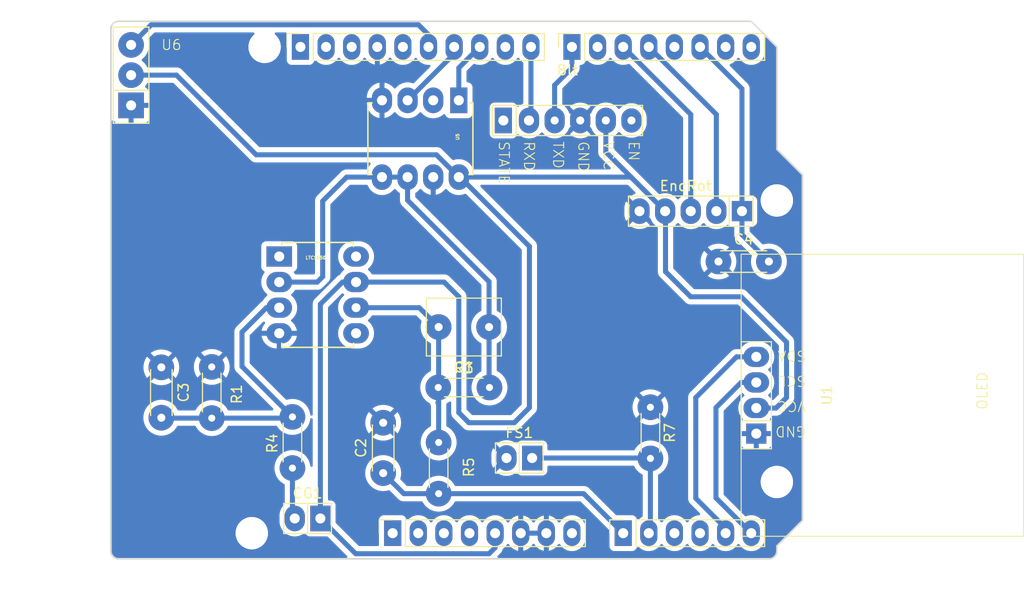
<source format=kicad_pcb>
(kicad_pcb (version 20241229) (generator "pcbnew") (generator_version "9.0")
  (title_block (date "mar. 31 mars 2015"))
  (layers (0 "F.Cu" signal) (2 "B.Cu" signal) (13 "F.Paste" user) (15 "B.Paste" user) (5 "F.SilkS" user "F.Silkscreen") (7 "B.SilkS" user "B.Silkscreen") (1 "F.Mask" user) (3 "B.Mask" user) (25 "Edge.Cuts" user))
  (net 0 "")
  (net 1 "GND")
  (net 3 "+5V")
  (net 4 "/IOREF")
  (net 5 "Sortie Capteur")
  (net 6 "/A2")
  (net 7 "/A3")
  (net 8 "/AREF")
  (net 9 "/*9")
  (net 10 "/*6")
  (net 11 "/TX{slash}1")
  (net 12 "/*3")
  (net 13 "/RX{slash}0")
  (net 14 "+3V3")
  (net 15 "VCC")
  (net 16 "/~{RESET}")
  (net 17 "TXD")
  (net 18 "SCL")
  (net 19 "RXD")
  (net 20 "SDA")
  (net 23 "CLK")
  (net 24 "DT")
  (net 25 "SW")
  (net 26 "ADC")
  (net 27 "SDI")
  (net 28 "SCK")
  (net 29 "SS")
  (net 30 "/A5")
  (net 31 "/A4")
  (net 32 "Net-(LTC1050-OUT)")
  (net 33 "Net-(LTC1050-+IN)")
  (net 34 "PWR")
  (net 38 "FS")
  (net 39 "Net-(LTC1050--IN)")
  (footprint "Connector_PinSocket_2.54mm:PinSocket_1x08_P2.54mm_Vertical" (layer "F.Cu") (at 127.94 97.46 90)
    (property "Reference" "J1" (hide yes))
    (property "Value" "Power")
    (fp_line (start 1.33 -1.33) (end 1.33 0) (stroke (width 0.12)) (layer "F.SilkS"))
    (fp_line (start 0 -1.33) (end 1.33 -1.33) (stroke (width 0.12)) (layer "F.SilkS"))
    (fp_line (start 1.33 1.27) (end 1.33 19.11) (stroke (width 0.12)) (layer "F.SilkS"))
    (fp_line (start -1.33 1.27) (end 1.33 1.27) (stroke (width 0.12)) (layer "F.SilkS"))
    (fp_line (start -1.33 1.27) (end -1.33 19.11) (stroke (width 0.12)) (layer "F.SilkS"))
    (fp_line (start -1.33 19.11) (end 1.33 19.11) (stroke (width 0.12)) (layer "F.SilkS"))
    (pad "1" thru_hole rect (at 0 0 90) (size 2.54 1.7) (drill 1) (layers "*.Cu" "*.Mask"))
    (pad "2" thru_hole oval (at 0 2.54 90) (size 2.54 1.7) (drill 1) (layers "*.Cu" "*.Mask") (net 4 "/IOREF"))
    (pad "3" thru_hole oval (at 0 5.08 90) (size 2.54 1.7) (drill 1) (layers "*.Cu" "*.Mask") (net 16 "/~{RESET}"))
    (pad "4" thru_hole oval (at 0 7.62 90) (size 2.54 1.7) (drill 1) (layers "*.Cu" "*.Mask") (net 14 "+3V3"))
    (pad "5" thru_hole oval (at 0 10.16 90) (size 2.54 1.7) (drill 1) (layers "*.Cu" "*.Mask") (net 3 "+5V"))
    (pad "6" thru_hole oval (at 0 12.7 90) (size 2.54 1.7) (drill 1) (layers "*.Cu" "*.Mask") (net 1 "GND"))
    (pad "7" thru_hole oval (at 0 15.24 90) (size 2.54 1.7) (drill 1) (layers "*.Cu" "*.Mask") (net 1 "GND"))
    (pad "8" thru_hole oval (at 0 17.78 90) (size 2.54 1.7) (drill 1) (layers "*.Cu" "*.Mask") (net 15 "VCC"))
  )
  (footprint "Connector_PinSocket_2.54mm:PinSocket_1x06_P2.54mm_Vertical" (layer "F.Cu") (at 150.8 97.46 90)
    (property "Reference" "J3" (hide yes))
    (property "Value" "Analog")
    (fp_line (start 1.33 -1.33) (end 1.33 0) (stroke (width 0.12)) (layer "F.SilkS"))
    (fp_line (start 0 -1.33) (end 1.33 -1.33) (stroke (width 0.12)) (layer "F.SilkS"))
    (fp_line (start 1.33 1.27) (end 1.33 14.03) (stroke (width 0.12)) (layer "F.SilkS"))
    (fp_line (start -1.33 1.27) (end 1.33 1.27) (stroke (width 0.12)) (layer "F.SilkS"))
    (fp_line (start -1.33 1.27) (end -1.33 14.03) (stroke (width 0.12)) (layer "F.SilkS"))
    (fp_line (start -1.33 14.03) (end 1.33 14.03) (stroke (width 0.12)) (layer "F.SilkS"))
    (pad "1" thru_hole rect (at 0 0 90) (size 2.54 1.7) (drill 1) (layers "*.Cu" "*.Mask") (net 26 "ADC"))
    (pad "2" thru_hole oval (at 0 2.54 90) (size 2.54 1.7) (drill 1) (layers "*.Cu" "*.Mask") (net 38 "FS"))
    (pad "3" thru_hole oval (at 0 5.08 90) (size 2.54 1.7) (drill 1) (layers "*.Cu" "*.Mask") (net 6 "/A2"))
    (pad "4" thru_hole oval (at 0 7.62 90) (size 2.54 1.7) (drill 1) (layers "*.Cu" "*.Mask") (net 7 "/A3"))
    (pad "5" thru_hole oval (at 0 10.16 90) (size 2.54 1.7) (drill 1) (layers "*.Cu" "*.Mask") (net 20 "SDA"))
    (pad "6" thru_hole oval (at 0 12.7 90) (size 2.54 1.7) (drill 1) (layers "*.Cu" "*.Mask") (net 18 "SCL"))
  )
  (footprint "Connector_PinSocket_2.54mm:PinSocket_1x10_P2.54mm_Vertical" (layer "F.Cu") (at 118.796 49.2 90)
    (property "Reference" "J2" (hide yes))
    (property "Value" "Digital/PWM")
    (fp_line (start 1.33 -1.33) (end 1.33 0) (stroke (width 0.12)) (layer "F.SilkS"))
    (fp_line (start 0 -1.33) (end 1.33 -1.33) (stroke (width 0.12)) (layer "F.SilkS"))
    (fp_line (start 1.33 1.27) (end 1.33 24.19) (stroke (width 0.12)) (layer "F.SilkS"))
    (fp_line (start -1.33 1.27) (end 1.33 1.27) (stroke (width 0.12)) (layer "F.SilkS"))
    (fp_line (start -1.33 1.27) (end -1.33 24.19) (stroke (width 0.12)) (layer "F.SilkS"))
    (fp_line (start -1.33 24.19) (end 1.33 24.19) (stroke (width 0.12)) (layer "F.SilkS"))
    (pad "1" thru_hole rect (at 0 0 90) (size 2.54 1.7) (drill 1) (layers "*.Cu" "*.Mask") (net 30 "/A5"))
    (pad "2" thru_hole oval (at 0 2.54 90) (size 2.54 1.7) (drill 1) (layers "*.Cu" "*.Mask") (net 31 "/A4"))
    (pad "3" thru_hole oval (at 0 5.08 90) (size 2.54 1.7) (drill 1) (layers "*.Cu" "*.Mask") (net 8 "/AREF"))
    (pad "4" thru_hole oval (at 0 7.62 90) (size 2.54 1.7) (drill 1) (layers "*.Cu" "*.Mask") (net 1 "GND"))
    (pad "5" thru_hole oval (at 0 10.16 90) (size 2.54 1.7) (drill 1) (layers "*.Cu" "*.Mask") (net 28 "SCK"))
    (pad "6" thru_hole oval (at 0 12.7 90) (size 2.54 1.7) (drill 1) (layers "*.Cu" "*.Mask") (net 34 "PWR"))
    (pad "7" thru_hole oval (at 0 15.24 90) (size 2.54 1.7) (drill 1) (layers "*.Cu" "*.Mask") (net 27 "SDI"))
    (pad "8" thru_hole oval (at 0 17.78 90) (size 2.54 1.7) (drill 1) (layers "*.Cu" "*.Mask") (net 29 "SS"))
    (pad "9" thru_hole oval (at 0 20.32 90) (size 2.54 1.7) (drill 1) (layers "*.Cu" "*.Mask") (net 9 "/*9"))
    (pad "10" thru_hole oval (at 0 22.86 90) (size 2.54 1.7) (drill 1) (layers "*.Cu" "*.Mask") (net 19 "RXD"))
  )
  (footprint "Connector_PinSocket_2.54mm:PinSocket_1x08_P2.54mm_Vertical" (layer "F.Cu") (at 145.72 49.2 90)
    (property "Reference" "J4" (hide yes))
    (property "Value" "Digital/PWM")
    (fp_line (start 1.33 -1.33) (end 1.33 0) (stroke (width 0.12)) (layer "F.SilkS"))
    (fp_line (start 0 -1.33) (end 1.33 -1.33) (stroke (width 0.12)) (layer "F.SilkS"))
    (fp_line (start 1.33 1.27) (end 1.33 19.11) (stroke (width 0.12)) (layer "F.SilkS"))
    (fp_line (start -1.33 1.27) (end 1.33 1.27) (stroke (width 0.12)) (layer "F.SilkS"))
    (fp_line (start -1.33 1.27) (end -1.33 19.11) (stroke (width 0.12)) (layer "F.SilkS"))
    (fp_line (start -1.33 19.11) (end 1.33 19.11) (stroke (width 0.12)) (layer "F.SilkS"))
    (pad "1" thru_hole rect (at 0 0 90) (size 2.54 1.7) (drill 1) (layers "*.Cu" "*.Mask") (net 17 "TXD"))
    (pad "2" thru_hole oval (at 0 2.54 90) (size 2.54 1.7) (drill 1) (layers "*.Cu" "*.Mask") (net 10 "/*6"))
    (pad "3" thru_hole oval (at 0 5.08 90) (size 2.54 1.7) (drill 1) (layers "*.Cu" "*.Mask") (net 25 "SW"))
    (pad "4" thru_hole oval (at 0 7.62 90) (size 2.54 1.7) (drill 1) (layers "*.Cu" "*.Mask") (net 24 "DT"))
    (pad "5" thru_hole oval (at 0 10.16 90) (size 2.54 1.7) (drill 1) (layers "*.Cu" "*.Mask") (net 12 "/*3"))
    (pad "6" thru_hole oval (at 0 12.7 90) (size 2.54 1.7) (drill 1) (layers "*.Cu" "*.Mask") (net 23 "CLK"))
    (pad "7" thru_hole oval (at 0 15.24 90) (size 2.54 1.7) (drill 1) (layers "*.Cu" "*.Mask") (net 11 "/TX{slash}1"))
    (pad "8" thru_hole oval (at 0 17.78 90) (size 2.54 1.7) (drill 1) (layers "*.Cu" "*.Mask") (net 13 "/RX{slash}0"))
  )
  (footprint "My_footprints_Librairy:MCP4110" (layer "F.Cu") (at 126.88 62.12 -90)
    (property "Reference" "U5" (at -4 -7.5 90) (layer "F.SilkS") (effects (font (size 0.314961 0.314961) (thickness 0.07874))))
    (property "Value" "MCP41100")
    (fp_line (start -7.366 1.397) (end -0.254 1.397) (stroke (width 0.1524)) (layer "F.SilkS"))
    (fp_line (start -0.254 1.397) (end -0.254 0.9906) (stroke (width 0.1524)) (layer "F.SilkS"))
    (fp_line (start -7.366 0.9906) (end -7.366 1.397) (stroke (width 0.1524)) (layer "F.SilkS"))
    (fp_line (start -0.254 -8.6106) (end -0.254 -9.017) (stroke (width 0.1524)) (layer "F.SilkS"))
    (fp_line (start -7.366 -9.017) (end -7.366 -8.6614) (stroke (width 0.1524)) (layer "F.SilkS"))
    (fp_line (start -0.254 -9.017) (end -7.366 -9.017) (stroke (width 0.1524)) (layer "F.SilkS"))
    (pad "1" thru_hole rect (at -7.62 -7.62 270) (size 2.54 1.7) (drill 1) (layers "*.Cu" "*.Mask") (net 29 "SS"))
    (pad "2" thru_hole oval (at -7.62 -5.08 270) (size 2.54 2) (drill 1) (layers "*.Cu" "*.Mask") (net 28 "SCK"))
    (pad "3" thru_hole oval (at -7.62 -2.54 270) (size 2.54 2) (drill 1) (layers "*.Cu" "*.Mask") (net 27 "SDI"))
    (pad "4" thru_hole oval (at -7.62 0 270) (size 2.54 2) (drill 1) (layers "*.Cu" "*.Mask") (net 1 "GND"))
    (pad "5" thru_hole oval (at 0 0 270) (size 2.54 2) (drill 1) (layers "*.Cu" "*.Mask") (net 39 "Net-(LTC1050--IN)"))
    (pad "6" thru_hole oval (at 0 -2.54 270) (size 2.54 2) (drill 1) (layers "*.Cu" "*.Mask") (net 39 "Net-(LTC1050--IN)"))
    (pad "7" thru_hole oval (at 0 -5.08 270) (size 2.54 2) (drill 1) (layers "*.Cu" "*.Mask") (net 1 "GND"))
    (pad "8" thru_hole oval (at 0 -7.62 270) (size 2.54 2) (drill 1) (layers "*.Cu" "*.Mask") (net 3 "+5V"))
  )
  (footprint "emprente:ENCODEUR ROTATION" (layer "F.Cu") (at 157.5 65.5 180)
    (property "Reference" "EncRot" (at 0.5 2.5 0) (layer "F.SilkS"))
    (property "Value" "~")
    (fp_line (start 6.18 1.5) (end -6.18 1.5) (stroke (width 0.12)) (layer "F.SilkS"))
    (fp_line (start 6.18 -1.5) (end 6.18 1.5) (stroke (width 0.12)) (layer "F.SilkS"))
    (fp_line (start -3.81 -1.5) (end -3.81 1.5) (stroke (width 0.12)) (layer "F.SilkS"))
    (fp_line (start -6.18 1.5) (end -6.18 -1.5) (stroke (width 0.12)) (layer "F.SilkS"))
    (fp_line (start -6.18 -1.5) (end 6.18 -1.5) (stroke (width 0.12)) (layer "F.SilkS"))
    (pad "1" thru_hole rect (at -5.08 0 180) (size 2 2) (drill 1) (layers "*.Cu" "*.Mask") (net 23 "CLK"))
    (pad "2" thru_hole oval (at -2.54 0 180) (size 2 2.54) (drill 1) (layers "*.Cu" "*.Mask") (net 24 "DT"))
    (pad "3" thru_hole oval (at 0 0 180) (size 2 2.54) (drill 1) (layers "*.Cu" "*.Mask") (net 25 "SW"))
    (pad "4" thru_hole oval (at 2.54 0 180) (size 2 2.54) (drill 1) (layers "*.Cu" "*.Mask") (net 3 "+5V"))
    (pad "5" thru_hole oval (at 5.08 0 180) (size 2 2.54) (drill 1) (layers "*.Cu" "*.Mask") (net 1 "GND"))
  )
  (footprint "My_footprints_Librairy:SIP-2" (layer "F.Cu") (at 119.5 96 180)
    (property "Reference" "CG1" (at 0 2.5 0) (layer "F.SilkS"))
    (property "Value" "~")
    (fp_line (start 2.37 1.5) (end -2.37 1.5) (stroke (width 0.12)) (layer "F.SilkS"))
    (fp_line (start 2.37 -1.5) (end 2.37 1.5) (stroke (width 0.12)) (layer "F.SilkS"))
    (fp_line (start 0 -1.5) (end 0 1.5) (stroke (width 0.12)) (layer "F.SilkS"))
    (fp_line (start -2.37 1.5) (end -2.37 -1.5) (stroke (width 0.12)) (layer "F.SilkS"))
    (fp_line (start -2.37 -1.5) (end 2.37 -1.5) (stroke (width 0.12)) (layer "F.SilkS"))
    (pad "1" thru_hole rect (at -1.27 0 180) (size 2 2.54) (drill 1) (layers "*.Cu" "*.Mask") (net 3 "+5V"))
    (pad "2" thru_hole oval (at 1.27 0 180) (size 2 2.54) (drill 1) (layers "*.Cu" "*.Mask") (net 5 "Sortie Capteur"))
  )
  (footprint "My_footprints_Librairy:SIP-2" (layer "F.Cu") (at 140.5 90 180)
    (property "Reference" "FS1" (at 0 2.5 0) (layer "F.SilkS"))
    (property "Value" "~")
    (fp_line (start 2.37 1.5) (end -2.37 1.5) (stroke (width 0.12)) (layer "F.SilkS"))
    (fp_line (start 2.37 -1.5) (end 2.37 1.5) (stroke (width 0.12)) (layer "F.SilkS"))
    (fp_line (start 0 -1.5) (end 0 1.5) (stroke (width 0.12)) (layer "F.SilkS"))
    (fp_line (start -2.37 1.5) (end -2.37 -1.5) (stroke (width 0.12)) (layer "F.SilkS"))
    (fp_line (start -2.37 -1.5) (end 2.37 -1.5) (stroke (width 0.12)) (layer "F.SilkS"))
    (pad "1" thru_hole rect (at -1.27 0 180) (size 2 2.45) (drill 1) (layers "*.Cu" "*.Mask") (net 38 "FS"))
    (pad "2" thru_hole oval (at 1.27 0 180) (size 2 2.54) (drill 1) (layers "*.Cu" "*.Mask") (net 1 "GND"))
  )
  (footprint "Capacitor_THT:C_Rect_L7.2mm_W5.5mm_P5.00mm_FKS2_FKP2_MKS2_MKP2" (layer "F.Cu") (at 137.5 77 180)
    (property "Reference" "C1" (at 2.5 -4 0) (layer "F.SilkS"))
    (property "Value" "1u")
    (fp_line (start 6.22 -2.87) (end 6.22 2.87) (stroke (width 0.12)) (layer "F.SilkS"))
    (fp_line (start -1.22 2.87) (end 6.22 2.87) (stroke (width 0.12)) (layer "F.SilkS"))
    (fp_line (start -1.22 -2.87) (end 6.22 -2.87) (stroke (width 0.12)) (layer "F.SilkS"))
    (fp_line (start -1.22 -2.87) (end -1.22 2.87) (stroke (width 0.12)) (layer "F.SilkS"))
    (pad "1" thru_hole circle (at 0 0 180) (size 2.54 2.54) (drill 0.8) (layers "*.Cu" "*.Mask") (net 39 "Net-(LTC1050--IN)"))
    (pad "2" thru_hole circle (at 5 0 180) (size 2.54 2.54) (drill 0.8) (layers "*.Cu" "*.Mask") (net 32 "Net-(LTC1050-OUT)"))
  )
  (footprint "Arduino_MountingHole:MountingHole_3.2mm" (layer "F.Cu") (at 115.24 49.2)
    (property "Reference" "MH1" (hide yes))
    (property "Value" "MountingHole_3.2mm" (hide yes))
    (pad "" np_thru_hole circle (at 0 0) (size 3.2 3.2) (drill 3.2) (layers "*.Cu" "*.Mask"))
  )
  (footprint "Resistor_THT:R_Axial_DIN0204_L3.6mm_D1.6mm_P5.08mm_Horizontal" (layer "F.Cu") (at 110 80.96 -90)
    (property "Reference" "R1" (at 2.705 -2.48 90) (layer "F.SilkS"))
    (property "Value" "100k")
    (fp_line (start 0.62 0.92) (end 4.46 0.92) (stroke (width 0.12)) (layer "F.SilkS"))
    (fp_line (start 0.62 -0.92) (end 4.46 -0.92) (stroke (width 0.12)) (layer "F.SilkS"))
    (pad "1" thru_hole circle (at 0 0 270) (size 2.54 2.54) (drill 0.7) (layers "*.Cu" "*.Mask") (net 1 "GND"))
    (pad "2" thru_hole circle (at 5.08 0 270) (size 2.54 2.54) (drill 0.7) (layers "*.Cu" "*.Mask") (net 33 "Net-(LTC1050-+IN)"))
  )
  (footprint "Capacitor_THT:C_Disc_D4.3mm_W1.9mm_P5.00mm" (layer "F.Cu") (at 105 81 -90)
    (property "Reference" "C3" (at 2.5 -2.2 270) (layer "F.SilkS"))
    (property "Value" "100n")
    (fp_line (start 0.23 1.07) (end 4.77 1.07) (stroke (width 0.12)) (layer "F.SilkS"))
    (fp_line (start 0.23 1.055) (end 0.23 1.07) (stroke (width 0.12)) (layer "F.SilkS"))
    (fp_line (start 4.77 1.055) (end 4.77 1.07) (stroke (width 0.12)) (layer "F.SilkS"))
    (fp_line (start 0.23 -1.07) (end 0.23 -1.055) (stroke (width 0.12)) (layer "F.SilkS"))
    (fp_line (start 0.23 -1.07) (end 4.77 -1.07) (stroke (width 0.12)) (layer "F.SilkS"))
    (fp_line (start 4.77 -1.07) (end 4.77 -1.055) (stroke (width 0.12)) (layer "F.SilkS"))
    (pad "1" thru_hole circle (at 0 0 270) (size 2.54 2.54) (drill 0.8) (layers "*.Cu" "*.Mask") (net 1 "GND"))
    (pad "2" thru_hole circle (at 5 0 270) (size 2.54 2.54) (drill 0.8) (layers "*.Cu" "*.Mask") (net 33 "Net-(LTC1050-+IN)"))
  )
  (footprint "Resistor_THT:R_Axial_DIN0204_L3.6mm_D1.6mm_P5.08mm_Horizontal" (layer "F.Cu") (at 118 91 90)
    (property "Reference" "R4" (at 2.46 -2 90) (layer "F.SilkS"))
    (property "Value" "10k")
    (fp_line (start 0.62 -0.92) (end 4.46 -0.92) (stroke (width 0.12)) (layer "F.SilkS"))
    (fp_line (start 0.62 0.92) (end 4.46 0.92) (stroke (width 0.12)) (layer "F.SilkS"))
    (pad "1" thru_hole circle (at 0 0 90) (size 2.54 2.54) (drill 0.7) (layers "*.Cu" "*.Mask") (net 5 "Sortie Capteur"))
    (pad "2" thru_hole circle (at 5.08 0 90) (size 2.54 2.54) (drill 0.7) (layers "*.Cu" "*.Mask") (net 33 "Net-(LTC1050-+IN)"))
  )
  (footprint "emprente:BLUETOOTH2" (layer "F.Cu") (at 145.27 56.5)
    (property "Reference" "Blt" (at 0 -5 0) (layer "F.SilkS"))
    (property "Value" "~")
    (fp_line (start -7.45 -1.5) (end 7.45 -1.5) (stroke (width 0.12)) (layer "F.SilkS"))
    (fp_line (start -7.45 1.5) (end -7.45 -1.5) (stroke (width 0.12)) (layer "F.SilkS"))
    (fp_line (start -5.08 -1.5) (end -5.08 1.5) (stroke (width 0.12)) (layer "F.SilkS"))
    (fp_line (start 7.45 -1.5) (end 7.45 1.5) (stroke (width 0.12)) (layer "F.SilkS"))
    (fp_line (start 7.45 1.5) (end -7.45 1.5) (stroke (width 0.12)) (layer "F.SilkS"))
    (fp_text user "VCC" (at 3.5 2 270) (layer "F.SilkS") (effects (font (thickness 0.1)) (justify left bottom)))
    (fp_text user "RXD" (at -4.38 2 270) (layer "F.SilkS") (effects (font (thickness 0.1)) (justify left bottom)))
    (fp_text user "STATE" (at -6.88 2 270) (layer "F.SilkS") (effects (font (thickness 0.1)) (justify left bottom)))
    (fp_text user "GND" (at 1 2 270) (layer "F.SilkS") (effects (font (thickness 0.1)) (justify left bottom)))
    (fp_text user "TXD" (at -1.5 2 270) (layer "F.SilkS") (effects (font (thickness 0.1)) (justify left bottom)))
    (fp_text user "EN" (at 6 2 270) (layer "F.SilkS") (effects (font (thickness 0.1)) (justify left bottom)))
    (pad "1" thru_hole rect (at -6.35 0) (size 1.7 2.54) (drill 1) (layers "*.Cu" "*.Mask"))
    (pad "2" thru_hole oval (at -3.81 0) (size 2 2.54) (drill 1) (layers "*.Cu" "*.Mask") (net 19 "RXD"))
    (pad "3" thru_hole oval (at -1.27 0) (size 2 2.54) (drill 0.8) (layers "*.Cu" "*.Mask") (net 17 "TXD"))
    (pad "4" thru_hole oval (at 1.27 0) (size 2 2.54) (drill 0.8) (layers "*.Cu" "*.Mask") (net 1 "GND"))
    (pad "5" thru_hole oval (at 3.81 0) (size 2 2.54) (drill 0.8) (layers "*.Cu" "*.Mask") (net 3 "+5V"))
    (pad "6" thru_hole oval (at 6.35 0) (size 2 2.4) (drill 0.8) (layers "*.Cu" "*.Mask"))
  )
  (footprint "emprente:SIP-4" (layer "F.Cu") (at 164 83.77 90)
    (property "Reference" "U1" (at 0 7 90) (layer "F.SilkS"))
    (property "Value" "~")
    (fp_line (start 5.31 -1.5) (end 5.31 1.5) (stroke (width 0.12)) (layer "F.SilkS"))
    (fp_line (start -2.54 -1.5) (end -2.54 1.5) (stroke (width 0.12)) (layer "F.SilkS"))
    (fp_line (start -5.31 -1.5) (end 5.31 -1.5) (stroke (width 0.12)) (layer "F.SilkS"))
    (fp_line (start 5.31 1.5) (end -5.31 1.5) (stroke (width 0.12)) (layer "F.SilkS"))
    (fp_line (start -5.31 1.5) (end -5.31 -1.5) (stroke (width 0.12)) (layer "F.SilkS"))
    (fp_rect (start -14 -1.5) (end 14 26.5) (stroke (width 0.1)) (fill no) (layer "F.SilkS"))
    (fp_text user "GND" (at -3 5 180) (layer "F.SilkS") (effects (font (thickness 0.1)) (justify left bottom)))
    (fp_text user "SCL" (at 2 5 180) (layer "F.SilkS") (effects (font (thickness 0.1)) (justify left bottom)))
    (fp_text user "SDA" (at 4.5 5 180) (layer "F.SilkS") (effects (font (thickness 0.1)) (justify left bottom)))
    (fp_text user "VCC" (at -0.5 5 180) (layer "F.SilkS") (effects (font (thickness 0.1)) (justify left bottom)))
    (fp_text user "OLED" (at -1.5 23 90) (layer "F.SilkS") (effects (font (thickness 0.1)) (justify left bottom)))
    (pad "1" thru_hole rect (at -3.81 0 90) (size 2 2) (drill 1) (layers "*.Cu" "*.Mask") (net 1 "GND"))
    (pad "2" thru_hole oval (at -1.27 0 90) (size 2 2.54) (drill 1) (layers "*.Cu" "*.Mask") (net 3 "+5V"))
    (pad "3" thru_hole oval (at 1.27 0 90) (size 2 2.54) (drill 1) (layers "*.Cu" "*.Mask") (net 18 "SCL"))
    (pad "4" thru_hole oval (at 3.81 0 90) (size 2 2.54) (drill 1) (layers "*.Cu" "*.Mask") (net 20 "SDA"))
  )
  (footprint "LTC1050ACN8_PBF:PDIP-8_N" (layer "F.Cu") (at 124.31 77.62)
    (property "Reference" "LTC1050" (at -4 -7.5 0) (layer "F.SilkS") (effects (font (size 0.314961 0.314961) (thickness 0.07874))))
    (property "Value" "LTC1050ACN8_PBF")
    (fp_line (start -7.366 -9.017) (end -7.366 -8.6614) (stroke (width 0.1524)) (layer "F.SilkS"))
    (fp_line (start -7.366 0.9906) (end -7.366 1.397) (stroke (width 0.1524)) (layer "F.SilkS"))
    (fp_line (start -7.366 1.397) (end -0.254 1.397) (stroke (width 0.1524)) (layer "F.SilkS"))
    (fp_line (start -0.254 -9.017) (end -7.366 -9.017) (stroke (width 0.1524)) (layer "F.SilkS"))
    (fp_line (start -0.254 -8.6106) (end -0.254 -9.017) (stroke (width 0.1524)) (layer "F.SilkS"))
    (fp_line (start -0.254 1.397) (end -0.254 0.9906) (stroke (width 0.1524)) (layer "F.SilkS"))
    (pad "1" thru_hole rect (at -7.62 -7.62) (size 2.54 2) (drill 1) (layers "*.Cu" "*.Mask"))
    (pad "2" thru_hole oval (at -7.62 -5.08) (size 2.54 2) (drill 1) (layers "*.Cu" "*.Mask") (net 39 "Net-(LTC1050--IN)"))
    (pad "3" thru_hole oval (at -7.62 -2.54) (size 2.54 2) (drill 1) (layers "*.Cu" "*.Mask") (net 33 "Net-(LTC1050-+IN)"))
    (pad "4" thru_hole oval (at -7.62 0) (size 2.54 2) (drill 1) (layers "*.Cu" "*.Mask") (net 1 "GND"))
    (pad "5" thru_hole oval (at 0 0) (size 2.54 2) (drill 1) (layers "*.Cu" "*.Mask"))
    (pad "6" thru_hole oval (at 0 -2.54) (size 2.54 2) (drill 0.889) (layers "*.Cu" "*.Mask") (net 32 "Net-(LTC1050-OUT)"))
    (pad "7" thru_hole oval (at 0 -5.08) (size 2.54 2) (drill 1) (layers "*.Cu" "*.Mask") (net 3 "+5V"))
    (pad "8" thru_hole oval (at 0 -7.62) (size 2.54 2) (drill 1) (layers "*.Cu" "*.Mask"))
  )
  (footprint "Capacitor_THT:C_Disc_D4.3mm_W1.9mm_P5.00mm" (layer "F.Cu") (at 160.25 70.5)
    (property "Reference" "C4" (at 2.5 -2.2 0) (layer "F.SilkS"))
    (property "Value" "C")
    (fp_line (start 0.23 -1.07) (end 0.23 -1.055) (stroke (width 0.12)) (layer "F.SilkS"))
    (fp_line (start 0.23 -1.07) (end 4.77 -1.07) (stroke (width 0.12)) (layer "F.SilkS"))
    (fp_line (start 0.23 1.055) (end 0.23 1.07) (stroke (width 0.12)) (layer "F.SilkS"))
    (fp_line (start 0.23 1.07) (end 4.77 1.07) (stroke (width 0.12)) (layer "F.SilkS"))
    (fp_line (start 4.77 -1.07) (end 4.77 -1.055) (stroke (width 0.12)) (layer "F.SilkS"))
    (fp_line (start 4.77 1.055) (end 4.77 1.07) (stroke (width 0.12)) (layer "F.SilkS"))
    (pad " 2" thru_hole circle (at 5 0) (size 2.54 2.54) (drill 0.8) (layers "*.Cu" "*.Mask") (net 23 "CLK"))
    (pad "1" thru_hole circle (at 0 0) (size 2.54 2.54) (drill 0.8) (layers "*.Cu" "*.Mask") (net 1 "GND"))
  )
  (footprint "My_footprints_Librairy:ServomoteureHeader" (layer "F.Cu") (at 102 52 90)
    (property "Reference" "U6" (at 3 4 0) (layer "F.SilkS") (effects (font (thickness 0.1))))
    (property "Value" "~")
    (fp_line (start 4.77 -1.77) (end 4.77 1.77) (stroke (width 0.12)) (layer "F.SilkS"))
    (fp_line (start -1.5 -1.77) (end -1.5 1.77) (stroke (width 0.12)) (layer "F.SilkS"))
    (fp_line (start -4.77 -1.77) (end 4.77 -1.77) (stroke (width 0.12)) (layer "F.SilkS"))
    (fp_line (start 4.77 1.77) (end -4.77 1.77) (stroke (width 0.12)) (layer "F.SilkS"))
    (fp_line (start -4.77 1.77) (end -4.77 -1.77) (stroke (width 0.12)) (layer "F.SilkS"))
    (pad "1" thru_hole rect (at -3 0 90) (size 2.54 2.54) (drill 1) (layers "*.Cu" "*.Mask") (net 1 "GND"))
    (pad "2" thru_hole circle (at 0 0 90) (size 2.54 2.54) (drill 1) (layers "*.Cu" "*.Mask") (net 3 "+5V"))
    (pad "3" thru_hole circle (at 3 0 90) (size 2.54 2.54) (drill 1) (layers "*.Cu" "*.Mask") (net 34 "PWR"))
  )
  (footprint "Arduino_MountingHole:MountingHole_3.2mm" (layer "F.Cu") (at 113.97 97.46)
    (property "Reference" "MH2" (hide yes))
    (property "Value" "MountingHole_3.2mm" (hide yes))
    (pad "" np_thru_hole circle (at 0 0) (size 3.2 3.2) (drill 3.2) (layers "*.Cu" "*.Mask"))
  )
  (footprint "Arduino_MountingHole:MountingHole_3.2mm" (layer "F.Cu") (at 166.04 64.44)
    (property "Reference" "MH3" (hide yes))
    (property "Value" "MountingHole_3.2mm" (hide yes))
    (pad "" np_thru_hole circle (at 0 0) (size 3.2 3.2) (drill 3.2) (layers "*.Cu" "*.Mask"))
  )
  (footprint "Arduino_MountingHole:MountingHole_3.2mm" (layer "F.Cu") (at 166.04 92.38)
    (property "Reference" "MH4" (hide yes))
    (property "Value" "MountingHole_3.2mm" (hide yes))
    (pad "" np_thru_hole circle (at 0 0) (size 3.2 3.2) (drill 3.2) (layers "*.Cu" "*.Mask"))
  )
  (footprint "Resistor_THT:R_Axial_DIN0204_L3.6mm_D1.6mm_P5.08mm_Horizontal" (layer "F.Cu") (at 153.5 84.96 -90)
    (property "Reference" "R7" (at 2.54 -1.92 90) (layer "F.SilkS"))
    (property "Value" "10k")
    (fp_line (start 0.62 0.92) (end 4.46 0.92) (stroke (width 0.12)) (layer "F.SilkS"))
    (fp_line (start 0.62 -0.92) (end 4.46 -0.92) (stroke (width 0.12)) (layer "F.SilkS"))
    (pad "1" thru_hole circle (at 0 0 270) (size 2.54 2.54) (drill 0.7) (layers "*.Cu" "*.Mask") (net 1 "GND"))
    (pad "2" thru_hole circle (at 5.08 0 270) (size 2.54 2.54) (drill 0.7) (layers "*.Cu" "*.Mask") (net 38 "FS"))
  )
  (footprint "Resistor_THT:R_Axial_DIN0204_L3.6mm_D1.6mm_P5.08mm_Horizontal" (layer "F.Cu") (at 132.46 83)
    (property "Reference" "R3" (at 2.54 -1.92 0) (layer "F.SilkS"))
    (property "Value" "100k")
    (fp_line (start 0.62 -0.92) (end 4.46 -0.92) (stroke (width 0.12)) (layer "F.SilkS"))
    (fp_line (start 0.62 0.92) (end 4.46 0.92) (stroke (width 0.12)) (layer "F.SilkS"))
    (pad "1" thru_hole circle (at 0 0) (size 2.54 2.54) (drill 0.7) (layers "*.Cu" "*.Mask") (net 32 "Net-(LTC1050-OUT)"))
    (pad "2" thru_hole circle (at 5.08 0) (size 2.54 2.54) (drill 0.7) (layers "*.Cu" "*.Mask") (net 39 "Net-(LTC1050--IN)"))
  )
  (footprint "Capacitor_THT:C_Disc_D4.3mm_W1.9mm_P5.00mm" (layer "F.Cu") (at 127 91.5 90)
    (property "Reference" "C2" (at 2.5 -2.2 90) (layer "F.SilkS"))
    (property "Value" "100n")
    (fp_line (start 4.77 -1.07) (end 4.77 -1.055) (stroke (width 0.12)) (layer "F.SilkS"))
    (fp_line (start 0.23 -1.07) (end 4.77 -1.07) (stroke (width 0.12)) (layer "F.SilkS"))
    (fp_line (start 0.23 -1.07) (end 0.23 -1.055) (stroke (width 0.12)) (layer "F.SilkS"))
    (fp_line (start 4.77 1.055) (end 4.77 1.07) (stroke (width 0.12)) (layer "F.SilkS"))
    (fp_line (start 0.23 1.055) (end 0.23 1.07) (stroke (width 0.12)) (layer "F.SilkS"))
    (fp_line (start 0.23 1.07) (end 4.77 1.07) (stroke (width 0.12)) (layer "F.SilkS"))
    (pad "1" thru_hole circle (at 0 0 90) (size 2.54 2.54) (drill 0.8) (layers "*.Cu" "*.Mask") (net 26 "ADC"))
    (pad "2" thru_hole circle (at 5 0 90) (size 2.54 2.54) (drill 0.8) (layers "*.Cu" "*.Mask") (net 1 "GND"))
  )
  (footprint "Resistor_THT:R_Axial_DIN0204_L3.6mm_D1.6mm_P5.08mm_Horizontal" (layer "F.Cu") (at 132.5 88.46 -90)
    (property "Reference" "R5" (at 2.46 -3 90) (layer "F.SilkS"))
    (property "Value" "1k")
    (fp_line (start 0.62 0.92) (end 4.46 0.92) (stroke (width 0.12)) (layer "F.SilkS"))
    (fp_line (start 0.62 -0.92) (end 4.46 -0.92) (stroke (width 0.12)) (layer "F.SilkS"))
    (pad "1" thru_hole circle (at 0 0 270) (size 2.54 2.54) (drill 0.7) (layers "*.Cu" "*.Mask") (net 32 "Net-(LTC1050-OUT)"))
    (pad "2" thru_hole circle (at 5.08 0 270) (size 2.54 2.54) (drill 0.7) (layers "*.Cu" "*.Mask") (net 26 "ADC"))
  )
  (gr_line (start 166.04 59.36) (end 168.58 61.9) (stroke (width 0.15)) (layer "Edge.Cuts"))
  (gr_line (start 100 99.238) (end 100 47.184) (stroke (width 0.15)) (layer "Edge.Cuts"))
  (gr_line (start 168.58 61.9) (end 168.58 96.19) (stroke (width 0.15)) (layer "Edge.Cuts"))
  (gr_line (start 165.278 100) (end 100.762 100) (stroke (width 0.15)) (layer "Edge.Cuts"))
  (gr_line (start 100.762 46.66) (end 163.5 46.66) (stroke (width 0.15)) (layer "Edge.Cuts"))
  (gr_arc (start 100.762 100) (mid 100.223185 99.776815) (end 100 99.238) (stroke (width 0.15)) (layer "Edge.Cuts"))
  (gr_line (start 168.58 96.19) (end 166.04 98.73) (stroke (width 0.15)) (layer "Edge.Cuts"))
  (gr_line (start 163.5 46.66) (end 166.04 49.2) (stroke (width 0.15)) (layer "Edge.Cuts"))
  (gr_arc (start 166.04 99.238) (mid 165.816815 99.776815) (end 165.278 100) (stroke (width 0.15)) (layer "Edge.Cuts"))
  (gr_line (start 166.04 49.2) (end 166.04 59.36) (stroke (width 0.15)) (layer "Edge.Cuts"))
  (gr_line (start 166.04 98.73) (end 166.04 99.238) (stroke (width 0.15)) (layer "Edge.Cuts"))
  (gr_arc (start 100 47.422) (mid 100.223185 46.883185) (end 100.762 46.66) (stroke (width 0.15)) (layer "Edge.Cuts"))
  (segment (start 134.5 74) (end 134.5 85.5) (width 0.5) (layer "B.Cu") (net 3))
  (segment (start 165.96 85.04) (end 164 85.04) (width 0.5) (layer "B.Cu") (net 3))
  (segment (start 140 86.5) (end 141.5 85) (width 0.5) (layer "B.Cu") (net 3))
  (segment (start 141.5 85) (end 141.5 69) (width 0.5) (layer "B.Cu") (net 3))
  (segment (start 132.284 59.904) (end 114.404 59.904) (width 0.5) (layer "B.Cu") (net 3))
  (segment (start 134.5 62.12) (end 151.58 62.12) (width 0.5) (layer "B.Cu") (net 3))
  (segment (start 149.08 56.5) (end 149.08 59.62) (width 0.5) (layer "B.Cu") (net 3))
  (segment (start 133.04 72.54) (end 134.5 74) (width 0.5) (layer "B.Cu") (net 3))
  (segment (start 167 84) (end 165.96 85.04) (width 0.5) (layer "B.Cu") (net 3))
  (segment (start 137.5 99.5) (end 138.1 98.9) (width 0.5) (layer "B.Cu") (net 3))
  (segment (start 155 71.5) (end 157.5 74) (width 0.5) (layer "B.Cu") (net 3))
  (segment (start 120.77 96) (end 124.27 99.5) (width 0.5) (layer "B.Cu") (net 3))
  (segment (start 154.96 65.5) (end 151.73 62.27) (width 0.25) (layer "B.Cu") (net 3))
  (segment (start 124.27 99.5) (end 137.5 99.5) (width 0.5) (layer "B.Cu") (net 3))
  (segment (start 151.73 62.27) (end 150.96 61.5) (width 0.25) (layer "B.Cu") (net 3))
  (segment (start 134.5 62.12) (end 132.284 59.904) (width 0.5) (layer "B.Cu") (net 3))
  (segment (start 157.5 74) (end 162.5 74) (width 0.5) (layer "B.Cu") (net 3))
  (segment (start 167 78.5) (end 167 84) (width 0.5) (layer "B.Cu") (net 3))
  (segment (start 155 65.54) (end 155 71.5) (width 0.5) (layer "B.Cu") (net 3))
  (segment (start 134.62 62.12) (end 134.5 62.12) (width 0.5) (layer "B.Cu") (net 3))
  (segment (start 124.31 72.54) (end 133.04 72.54) (width 0.5) (layer "B.Cu") (net 3))
  (segment (start 138.1 98.9) (end 138.1 97.46) (width 0.5) (layer "B.Cu") (net 3))
  (segment (start 149.08 59.62) (end 154.96 65.5) (width 0.5) (layer "B.Cu") (net 3))
  (segment (start 122.96 72.54) (end 120.77 74.73) (width 0.5) (layer "B.Cu") (net 3))
  (segment (start 120.77 74.73) (end 120.77 96) (width 0.5) (layer "B.Cu") (net 3))
  (segment (start 124.31 72.54) (end 122.96 72.54) (width 0.5) (layer "B.Cu") (net 3))
  (segment (start 134.5 85.5) (end 135.5 86.5) (width 0.5) (layer "B.Cu") (net 3))
  (segment (start 151.58 62.12) (end 151.73 62.27) (width 0.25) (layer "B.Cu") (net 3))
  (segment (start 106.5 52) (end 102 52) (width 0.5) (layer "B.Cu") (net 3))
  (segment (start 154.96 65.5) (end 155 65.54) (width 0.5) (layer "B.Cu") (net 3))
  (segment (start 135.5 86.5) (end 140 86.5) (width 0.5) (layer "B.Cu") (net 3))
  (segment (start 114.404 59.904) (end 106.5 52) (width 0.5) (layer "B.Cu") (net 3))
  (segment (start 162.5 74) (end 167 78.5) (width 0.5) (layer "B.Cu") (net 3))
  (segment (start 141.5 69) (end 134.62 62.12) (width 0.5) (layer "B.Cu") (net 3))
  (segment (start 118.23 96) (end 118 95.77) (width 0.5) (layer "B.Cu") (net 5))
  (segment (start 118 95.77) (end 118 91) (width 0.5) (layer "B.Cu") (net 5))
  (segment (start 144 53) (end 145.72 51.28) (width 0.5) (layer "B.Cu") (net 17))
  (segment (start 145.72 51.28) (end 145.72 49.2) (width 0.5) (layer "B.Cu") (net 17))
  (segment (start 144 56.5) (end 144 53) (width 0.5) (layer "B.Cu") (net 17))
  (segment (start 160 85) (end 160 93.96) (width 0.5) (layer "B.Cu") (net 18))
  (segment (start 160 93.96) (end 163.5 97.46) (width 0.5) (layer "B.Cu") (net 18))
  (segment (start 162.5 82.5) (end 160 85) (width 0.5) (layer "B.Cu") (net 18))
  (segment (start 164 82.5) (end 162.5 82.5) (width 0.5) (layer "B.Cu") (net 18))
  (segment (start 141.46 56.5) (end 141.656 56.304) (width 0.5) (layer "B.Cu") (net 19))
  (segment (start 141.656 56.304) (end 141.656 49.592) (width 0.5) (layer "B.Cu") (net 19))
  (segment (start 141.46 49.396) (end 141.656 49.2) (width 0.25) (layer "B.Cu") (net 19))
  (segment (start 141.656 49.592) (end 141.46 49.396) (width 0.5) (layer "B.Cu") (net 19))
  (segment (start 164 79.96) (end 162.04 79.96) (width 0.5) (layer "B.Cu") (net 20))
  (segment (start 158 94) (end 160.96 96.96) (width 0.5) (layer "B.Cu") (net 20))
  (segment (start 162.04 79.96) (end 158 84) (width 0.5) (layer "B.Cu") (net 20))
  (segment (start 160.96 96.96) (end 160.96 97.46) (width 0.5) (layer "B.Cu") (net 20))
  (segment (start 158 84) (end 158 94) (width 0.5) (layer "B.Cu") (net 20))
  (segment (start 162.58 65.5) (end 162.58 67.83) (width 0.5) (layer "B.Cu") (net 23))
  (segment (start 162.58 53.36) (end 158.42 49.2) (width 0.5) (layer "B.Cu") (net 23))
  (segment (start 162.58 67.83) (end 165.25 70.5) (width 0.5) (layer "B.Cu") (net 23))
  (segment (start 162.58 65.5) (end 162.58 53.36) (width 0.5) (layer "B.Cu") (net 23))
  (segment (start 160.04 55.9) (end 153.34 49.2) (width 0.5) (layer "B.Cu") (net 24))
  (segment (start 160.04 65.5) (end 160.04 55.9) (width 0.5) (layer "B.Cu") (net 24))
  (segment (start 157.5 55.9) (end 150.8 49.2) (width 0.5) (layer "B.Cu") (net 25))
  (segment (start 157.5 65.5) (end 157.5 55.9) (width 0.5) (layer "B.Cu") (net 25))
  (segment (start 146.88 93.54) (end 150.8 97.46) (width 0.5) (layer "B.Cu") (net 26))
  (segment (start 129.04 93.54) (end 132.5 93.54) (width 0.5) (layer "B.Cu") (net 26))
  (segment (start 127 91.5) (end 129.04 93.54) (width 0.5) (layer "B.Cu") (net 26))
  (segment (start 132.5 93.54) (end 146.88 93.54) (width 0.5) (layer "B.Cu") (net 26))
  (segment (start 134.036 49.884) (end 129.42 54.5) (width 0.5) (layer "B.Cu") (net 27))
  (segment (start 134.036 49.2) (end 134.036 49.884) (width 0.5) (layer "B.Cu") (net 27))
  (segment (start 128.956 49.544) (end 128.956 49.2) (width 0.5) (layer "B.Cu") (net 28))
  (segment (start 136.576 49.2) (end 134.5 51.276) (width 0.5) (layer "B.Cu") (net 29))
  (segment (start 134.5 51.276) (end 134.5 54.5) (width 0.5) (layer "B.Cu") (net 29))
  (segment (start 121.336 49.2) (end 121.2 49.2) (width 0.25) (layer "B.Cu") (net 31))
  (segment (start 121.2 49.2) (end 121 49) (width 0.25) (layer "B.Cu") (net 31))
  (segment (start 132.42 84.5) (end 132.5 84.58) (width 0.5) (layer "B.Cu") (net 32))
  (segment (start 124.31 75.08) (end 130.58 75.08) (width 0.5) (layer "B.Cu") (net 32))
  (segment (start 130.58 75.08) (end 132.5 77) (width 0.5) (layer "B.Cu") (net 32))
  (segment (start 132.46 84.42) (end 132.38 84.5) (width 0.25) (layer "B.Cu") (net 32))
  (segment (start 132.5 84.58) (end 132.5 88.46) (width 0.5) (layer "B.Cu") (net 32))
  (segment (start 132.5 84.42) (end 132.42 84.5) (width 0.25) (layer "B.Cu") (net 32))
  (segment (start 132.5 77) (end 132.5 84.42) (width 0.5) (layer "B.Cu") (net 32))
  (segment (start 116.69 75.08) (end 115.42 75.08) (width 0.5) (layer "B.Cu") (net 33))
  (segment (start 110 86.04) (end 105.04 86.04) (width 0.5) (layer "B.Cu") (net 33))
  (segment (start 118 85.92) (end 117.88 86.04) (width 0.5) (layer "B.Cu") (net 33))
  (segment (start 115.42 75.08) (end 113 77.5) (width 0.5) (layer "B.Cu") (net 33))
  (segment (start 105.04 86.04) (end 105 86) (width 0.5) (layer "B.Cu") (net 33))
  (segment (start 113 77.5) (end 113 80.92) (width 0.5) (layer "B.Cu") (net 33))
  (segment (start 113 80.92) (end 118 85.92) (width 0.5) (layer "B.Cu") (net 33))
  (segment (start 117.88 86.04) (end 110 86.04) (width 0.5) (layer "B.Cu") (net 33))
  (segment (start 104 47) (end 130.5 47) (width 0.5) (layer "B.Cu") (net 34))
  (segment (start 102 49) (end 104 47) (width 0.5) (layer "B.Cu") (net 34))
  (segment (start 130.5 47) (end 131.496 47.996) (width 0.5) (layer "B.Cu") (net 34))
  (segment (start 131.496 47.996) (end 131.496 49.2) (width 0.5) (layer "B.Cu") (net 34))
  (segment (start 153.46 90) (end 153.5 90.04) (width 0.5) (layer "B.Cu") (net 38))
  (segment (start 153.5 97.3) (end 153.34 97.46) (width 0.5) (layer "B.Cu") (net 38))
  (segment (start 141.77 90) (end 153.46 90) (width 0.5) (layer "B.Cu") (net 38))
  (segment (start 153.5 90.04) (end 153.5 97.3) (width 0.5) (layer "B.Cu") (net 38))
  (segment (start 129.42 64.42) (end 129.42 62.12) (width 0.5) (layer "B.Cu") (net 39))
  (segment (start 137.5 77) (end 137.5 82.96) (width 0.5) (layer "B.Cu") (net 39))
  (segment (start 121 64.500001) (end 123.380001 62.12) (width 0.5) (layer "B.Cu") (net 39))
  (segment (start 120.46 72.54) (end 121 72) (width 0.5) (layer "B.Cu") (net 39))
  (segment (start 121 72) (end 121 64.500001) (width 0.5) (layer "B.Cu") (net 39))
  (segment (start 137.5 77) (end 137.5 72.5) (width 0.5) (layer "B.Cu") (net 39))
  (segment (start 123.380001 62.12) (end 126.88 62.12) (width 0.5) (layer "B.Cu") (net 39))
  (segment (start 137.5 72.5) (end 129.42 64.42) (width 0.5) (layer "B.Cu") (net 39))
  (segment (start 137.5 82.96) (end 137.54 83) (width 0.5) (layer "B.Cu") (net 39))
  (segment (start 129.42 62.12) (end 126.88 62.12) (width 0.5) (layer "B.Cu") (net 39))
  (segment (start 116.69 72.54) (end 120.46 72.54) (width 0.5) (layer "B.Cu") (net 39))
  (zone (net 1) (net_name "GND") (layer "B.Cu") (connect_pads (clearance 0.508)) (min_thickness 0.25) (fill yes (thermal_gap 0.5) (thermal_bridge_width 0.5))
    (polygon (pts (xy 89.5 45) (xy 89 104.5) (xy 175.5 104) (xy 176 45)))
  )
)
</source>
